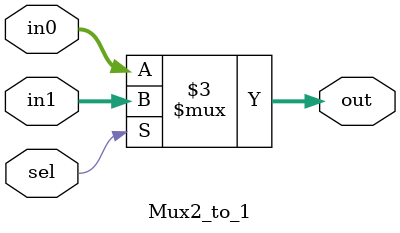
<source format=v>

module Mux2_to_1(in0, in1, sel, out);
    input [31:0] in0, in1;
    input sel;
    output [31:0] out;
    reg [31:0] out;
    
    always @ (in0 or in1 or sel)
    begin
        if(sel)
            out = in1;
        else
            out = in0;
    end
endmodule

</source>
